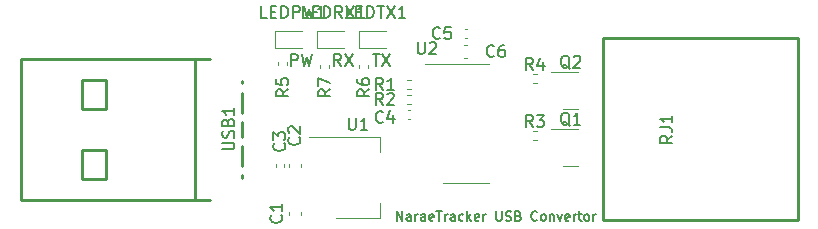
<source format=gbr>
%TF.GenerationSoftware,KiCad,Pcbnew,(6.0.4)*%
%TF.CreationDate,2023-01-25T11:34:55+09:00*%
%TF.ProjectId,naraetracker-usb-convertor,6e617261-6574-4726-9163-6b65722d7573,rev?*%
%TF.SameCoordinates,Original*%
%TF.FileFunction,Legend,Top*%
%TF.FilePolarity,Positive*%
%FSLAX46Y46*%
G04 Gerber Fmt 4.6, Leading zero omitted, Abs format (unit mm)*
G04 Created by KiCad (PCBNEW (6.0.4)) date 2023-01-25 11:34:55*
%MOMM*%
%LPD*%
G01*
G04 APERTURE LIST*
%ADD10C,0.150000*%
%ADD11C,0.200000*%
%ADD12C,0.120000*%
%ADD13C,0.250000*%
G04 APERTURE END LIST*
D10*
X119381047Y-96627904D02*
X119381047Y-95827904D01*
X119838190Y-96627904D01*
X119838190Y-95827904D01*
X120562000Y-96627904D02*
X120562000Y-96208857D01*
X120523904Y-96132666D01*
X120447714Y-96094571D01*
X120295333Y-96094571D01*
X120219142Y-96132666D01*
X120562000Y-96589809D02*
X120485809Y-96627904D01*
X120295333Y-96627904D01*
X120219142Y-96589809D01*
X120181047Y-96513619D01*
X120181047Y-96437428D01*
X120219142Y-96361238D01*
X120295333Y-96323142D01*
X120485809Y-96323142D01*
X120562000Y-96285047D01*
X120942952Y-96627904D02*
X120942952Y-96094571D01*
X120942952Y-96246952D02*
X120981047Y-96170761D01*
X121019142Y-96132666D01*
X121095333Y-96094571D01*
X121171523Y-96094571D01*
X121781047Y-96627904D02*
X121781047Y-96208857D01*
X121742952Y-96132666D01*
X121666761Y-96094571D01*
X121514380Y-96094571D01*
X121438190Y-96132666D01*
X121781047Y-96589809D02*
X121704857Y-96627904D01*
X121514380Y-96627904D01*
X121438190Y-96589809D01*
X121400095Y-96513619D01*
X121400095Y-96437428D01*
X121438190Y-96361238D01*
X121514380Y-96323142D01*
X121704857Y-96323142D01*
X121781047Y-96285047D01*
X122466761Y-96589809D02*
X122390571Y-96627904D01*
X122238190Y-96627904D01*
X122162000Y-96589809D01*
X122123904Y-96513619D01*
X122123904Y-96208857D01*
X122162000Y-96132666D01*
X122238190Y-96094571D01*
X122390571Y-96094571D01*
X122466761Y-96132666D01*
X122504857Y-96208857D01*
X122504857Y-96285047D01*
X122123904Y-96361238D01*
X122733428Y-95827904D02*
X123190571Y-95827904D01*
X122962000Y-96627904D02*
X122962000Y-95827904D01*
X123457238Y-96627904D02*
X123457238Y-96094571D01*
X123457238Y-96246952D02*
X123495333Y-96170761D01*
X123533428Y-96132666D01*
X123609619Y-96094571D01*
X123685809Y-96094571D01*
X124295333Y-96627904D02*
X124295333Y-96208857D01*
X124257238Y-96132666D01*
X124181047Y-96094571D01*
X124028666Y-96094571D01*
X123952476Y-96132666D01*
X124295333Y-96589809D02*
X124219142Y-96627904D01*
X124028666Y-96627904D01*
X123952476Y-96589809D01*
X123914380Y-96513619D01*
X123914380Y-96437428D01*
X123952476Y-96361238D01*
X124028666Y-96323142D01*
X124219142Y-96323142D01*
X124295333Y-96285047D01*
X125019142Y-96589809D02*
X124942952Y-96627904D01*
X124790571Y-96627904D01*
X124714380Y-96589809D01*
X124676285Y-96551714D01*
X124638190Y-96475523D01*
X124638190Y-96246952D01*
X124676285Y-96170761D01*
X124714380Y-96132666D01*
X124790571Y-96094571D01*
X124942952Y-96094571D01*
X125019142Y-96132666D01*
X125362000Y-96627904D02*
X125362000Y-95827904D01*
X125438190Y-96323142D02*
X125666761Y-96627904D01*
X125666761Y-96094571D02*
X125362000Y-96399333D01*
X126314380Y-96589809D02*
X126238190Y-96627904D01*
X126085809Y-96627904D01*
X126009619Y-96589809D01*
X125971523Y-96513619D01*
X125971523Y-96208857D01*
X126009619Y-96132666D01*
X126085809Y-96094571D01*
X126238190Y-96094571D01*
X126314380Y-96132666D01*
X126352476Y-96208857D01*
X126352476Y-96285047D01*
X125971523Y-96361238D01*
X126695333Y-96627904D02*
X126695333Y-96094571D01*
X126695333Y-96246952D02*
X126733428Y-96170761D01*
X126771523Y-96132666D01*
X126847714Y-96094571D01*
X126923904Y-96094571D01*
X127800095Y-95827904D02*
X127800095Y-96475523D01*
X127838190Y-96551714D01*
X127876285Y-96589809D01*
X127952476Y-96627904D01*
X128104857Y-96627904D01*
X128181047Y-96589809D01*
X128219142Y-96551714D01*
X128257238Y-96475523D01*
X128257238Y-95827904D01*
X128600095Y-96589809D02*
X128714380Y-96627904D01*
X128904857Y-96627904D01*
X128981047Y-96589809D01*
X129019142Y-96551714D01*
X129057238Y-96475523D01*
X129057238Y-96399333D01*
X129019142Y-96323142D01*
X128981047Y-96285047D01*
X128904857Y-96246952D01*
X128752476Y-96208857D01*
X128676285Y-96170761D01*
X128638190Y-96132666D01*
X128600095Y-96056476D01*
X128600095Y-95980285D01*
X128638190Y-95904095D01*
X128676285Y-95866000D01*
X128752476Y-95827904D01*
X128942952Y-95827904D01*
X129057238Y-95866000D01*
X129666761Y-96208857D02*
X129781047Y-96246952D01*
X129819142Y-96285047D01*
X129857238Y-96361238D01*
X129857238Y-96475523D01*
X129819142Y-96551714D01*
X129781047Y-96589809D01*
X129704857Y-96627904D01*
X129400095Y-96627904D01*
X129400095Y-95827904D01*
X129666761Y-95827904D01*
X129742952Y-95866000D01*
X129781047Y-95904095D01*
X129819142Y-95980285D01*
X129819142Y-96056476D01*
X129781047Y-96132666D01*
X129742952Y-96170761D01*
X129666761Y-96208857D01*
X129400095Y-96208857D01*
X131266761Y-96551714D02*
X131228666Y-96589809D01*
X131114380Y-96627904D01*
X131038190Y-96627904D01*
X130923904Y-96589809D01*
X130847714Y-96513619D01*
X130809619Y-96437428D01*
X130771523Y-96285047D01*
X130771523Y-96170761D01*
X130809619Y-96018380D01*
X130847714Y-95942190D01*
X130923904Y-95866000D01*
X131038190Y-95827904D01*
X131114380Y-95827904D01*
X131228666Y-95866000D01*
X131266761Y-95904095D01*
X131723904Y-96627904D02*
X131647714Y-96589809D01*
X131609619Y-96551714D01*
X131571523Y-96475523D01*
X131571523Y-96246952D01*
X131609619Y-96170761D01*
X131647714Y-96132666D01*
X131723904Y-96094571D01*
X131838190Y-96094571D01*
X131914380Y-96132666D01*
X131952476Y-96170761D01*
X131990571Y-96246952D01*
X131990571Y-96475523D01*
X131952476Y-96551714D01*
X131914380Y-96589809D01*
X131838190Y-96627904D01*
X131723904Y-96627904D01*
X132333428Y-96094571D02*
X132333428Y-96627904D01*
X132333428Y-96170761D02*
X132371523Y-96132666D01*
X132447714Y-96094571D01*
X132562000Y-96094571D01*
X132638190Y-96132666D01*
X132676285Y-96208857D01*
X132676285Y-96627904D01*
X132981047Y-96094571D02*
X133171523Y-96627904D01*
X133362000Y-96094571D01*
X133971523Y-96589809D02*
X133895333Y-96627904D01*
X133742952Y-96627904D01*
X133666761Y-96589809D01*
X133628666Y-96513619D01*
X133628666Y-96208857D01*
X133666761Y-96132666D01*
X133742952Y-96094571D01*
X133895333Y-96094571D01*
X133971523Y-96132666D01*
X134009619Y-96208857D01*
X134009619Y-96285047D01*
X133628666Y-96361238D01*
X134352476Y-96627904D02*
X134352476Y-96094571D01*
X134352476Y-96246952D02*
X134390571Y-96170761D01*
X134428666Y-96132666D01*
X134504857Y-96094571D01*
X134581047Y-96094571D01*
X134733428Y-96094571D02*
X135038190Y-96094571D01*
X134847714Y-95827904D02*
X134847714Y-96513619D01*
X134885809Y-96589809D01*
X134962000Y-96627904D01*
X135038190Y-96627904D01*
X135419142Y-96627904D02*
X135342952Y-96589809D01*
X135304857Y-96551714D01*
X135266761Y-96475523D01*
X135266761Y-96246952D01*
X135304857Y-96170761D01*
X135342952Y-96132666D01*
X135419142Y-96094571D01*
X135533428Y-96094571D01*
X135609619Y-96132666D01*
X135647714Y-96170761D01*
X135685809Y-96246952D01*
X135685809Y-96475523D01*
X135647714Y-96551714D01*
X135609619Y-96589809D01*
X135533428Y-96627904D01*
X135419142Y-96627904D01*
X136028666Y-96627904D02*
X136028666Y-96094571D01*
X136028666Y-96246952D02*
X136066761Y-96170761D01*
X136104857Y-96132666D01*
X136181047Y-96094571D01*
X136257238Y-96094571D01*
D11*
X110418666Y-83510380D02*
X110418666Y-82510380D01*
X110799619Y-82510380D01*
X110894857Y-82558000D01*
X110942476Y-82605619D01*
X110990095Y-82700857D01*
X110990095Y-82843714D01*
X110942476Y-82938952D01*
X110894857Y-82986571D01*
X110799619Y-83034190D01*
X110418666Y-83034190D01*
X111323428Y-82510380D02*
X111561523Y-83510380D01*
X111752000Y-82796095D01*
X111942476Y-83510380D01*
X112180571Y-82510380D01*
X114641333Y-83510380D02*
X114308000Y-83034190D01*
X114069904Y-83510380D02*
X114069904Y-82510380D01*
X114450857Y-82510380D01*
X114546095Y-82558000D01*
X114593714Y-82605619D01*
X114641333Y-82700857D01*
X114641333Y-82843714D01*
X114593714Y-82938952D01*
X114546095Y-82986571D01*
X114450857Y-83034190D01*
X114069904Y-83034190D01*
X114974666Y-82510380D02*
X115641333Y-83510380D01*
X115641333Y-82510380D02*
X114974666Y-83510380D01*
X117348095Y-82510380D02*
X117919523Y-82510380D01*
X117633809Y-83510380D02*
X117633809Y-82510380D01*
X118157619Y-82510380D02*
X118824285Y-83510380D01*
X118824285Y-82510380D02*
X118157619Y-83510380D01*
D10*
%TO.C,U2*%
X121158095Y-81494380D02*
X121158095Y-82303904D01*
X121205714Y-82399142D01*
X121253333Y-82446761D01*
X121348571Y-82494380D01*
X121539047Y-82494380D01*
X121634285Y-82446761D01*
X121681904Y-82399142D01*
X121729523Y-82303904D01*
X121729523Y-81494380D01*
X122158095Y-81589619D02*
X122205714Y-81542000D01*
X122300952Y-81494380D01*
X122539047Y-81494380D01*
X122634285Y-81542000D01*
X122681904Y-81589619D01*
X122729523Y-81684857D01*
X122729523Y-81780095D01*
X122681904Y-81922952D01*
X122110476Y-82494380D01*
X122729523Y-82494380D01*
%TO.C,C1*%
X109577142Y-96165666D02*
X109624761Y-96213285D01*
X109672380Y-96356142D01*
X109672380Y-96451380D01*
X109624761Y-96594238D01*
X109529523Y-96689476D01*
X109434285Y-96737095D01*
X109243809Y-96784714D01*
X109100952Y-96784714D01*
X108910476Y-96737095D01*
X108815238Y-96689476D01*
X108720000Y-96594238D01*
X108672380Y-96451380D01*
X108672380Y-96356142D01*
X108720000Y-96213285D01*
X108767619Y-96165666D01*
X109672380Y-95213285D02*
X109672380Y-95784714D01*
X109672380Y-95499000D02*
X108672380Y-95499000D01*
X108815238Y-95594238D01*
X108910476Y-95689476D01*
X108958095Y-95784714D01*
%TO.C,R4*%
X130897333Y-83864380D02*
X130564000Y-83388190D01*
X130325904Y-83864380D02*
X130325904Y-82864380D01*
X130706857Y-82864380D01*
X130802095Y-82912000D01*
X130849714Y-82959619D01*
X130897333Y-83054857D01*
X130897333Y-83197714D01*
X130849714Y-83292952D01*
X130802095Y-83340571D01*
X130706857Y-83388190D01*
X130325904Y-83388190D01*
X131754476Y-83197714D02*
X131754476Y-83864380D01*
X131516380Y-82816761D02*
X131278285Y-83531047D01*
X131897333Y-83531047D01*
%TO.C,C5*%
X123023333Y-81129142D02*
X122975714Y-81176761D01*
X122832857Y-81224380D01*
X122737619Y-81224380D01*
X122594761Y-81176761D01*
X122499523Y-81081523D01*
X122451904Y-80986285D01*
X122404285Y-80795809D01*
X122404285Y-80652952D01*
X122451904Y-80462476D01*
X122499523Y-80367238D01*
X122594761Y-80272000D01*
X122737619Y-80224380D01*
X122832857Y-80224380D01*
X122975714Y-80272000D01*
X123023333Y-80319619D01*
X123928095Y-80224380D02*
X123451904Y-80224380D01*
X123404285Y-80700571D01*
X123451904Y-80652952D01*
X123547142Y-80605333D01*
X123785238Y-80605333D01*
X123880476Y-80652952D01*
X123928095Y-80700571D01*
X123975714Y-80795809D01*
X123975714Y-81033904D01*
X123928095Y-81129142D01*
X123880476Y-81176761D01*
X123785238Y-81224380D01*
X123547142Y-81224380D01*
X123451904Y-81176761D01*
X123404285Y-81129142D01*
%TO.C,C3*%
X109831142Y-90082666D02*
X109878761Y-90130285D01*
X109926380Y-90273142D01*
X109926380Y-90368380D01*
X109878761Y-90511238D01*
X109783523Y-90606476D01*
X109688285Y-90654095D01*
X109497809Y-90701714D01*
X109354952Y-90701714D01*
X109164476Y-90654095D01*
X109069238Y-90606476D01*
X108974000Y-90511238D01*
X108926380Y-90368380D01*
X108926380Y-90273142D01*
X108974000Y-90130285D01*
X109021619Y-90082666D01*
X108926380Y-89749333D02*
X108926380Y-89130285D01*
X109307333Y-89463619D01*
X109307333Y-89320761D01*
X109354952Y-89225523D01*
X109402571Y-89177904D01*
X109497809Y-89130285D01*
X109735904Y-89130285D01*
X109831142Y-89177904D01*
X109878761Y-89225523D01*
X109926380Y-89320761D01*
X109926380Y-89606476D01*
X109878761Y-89701714D01*
X109831142Y-89749333D01*
%TO.C,LEDRX1*%
X111950761Y-79446380D02*
X111474571Y-79446380D01*
X111474571Y-78446380D01*
X112284095Y-78922571D02*
X112617428Y-78922571D01*
X112760285Y-79446380D02*
X112284095Y-79446380D01*
X112284095Y-78446380D01*
X112760285Y-78446380D01*
X113188857Y-79446380D02*
X113188857Y-78446380D01*
X113426952Y-78446380D01*
X113569809Y-78494000D01*
X113665047Y-78589238D01*
X113712666Y-78684476D01*
X113760285Y-78874952D01*
X113760285Y-79017809D01*
X113712666Y-79208285D01*
X113665047Y-79303523D01*
X113569809Y-79398761D01*
X113426952Y-79446380D01*
X113188857Y-79446380D01*
X114760285Y-79446380D02*
X114426952Y-78970190D01*
X114188857Y-79446380D02*
X114188857Y-78446380D01*
X114569809Y-78446380D01*
X114665047Y-78494000D01*
X114712666Y-78541619D01*
X114760285Y-78636857D01*
X114760285Y-78779714D01*
X114712666Y-78874952D01*
X114665047Y-78922571D01*
X114569809Y-78970190D01*
X114188857Y-78970190D01*
X115093619Y-78446380D02*
X115760285Y-79446380D01*
X115760285Y-78446380D02*
X115093619Y-79446380D01*
X116665047Y-79446380D02*
X116093619Y-79446380D01*
X116379333Y-79446380D02*
X116379333Y-78446380D01*
X116284095Y-78589238D01*
X116188857Y-78684476D01*
X116093619Y-78732095D01*
%TO.C,LEDPW1*%
X108378023Y-79446380D02*
X107901833Y-79446380D01*
X107901833Y-78446380D01*
X108711357Y-78922571D02*
X109044690Y-78922571D01*
X109187547Y-79446380D02*
X108711357Y-79446380D01*
X108711357Y-78446380D01*
X109187547Y-78446380D01*
X109616119Y-79446380D02*
X109616119Y-78446380D01*
X109854214Y-78446380D01*
X109997071Y-78494000D01*
X110092309Y-78589238D01*
X110139928Y-78684476D01*
X110187547Y-78874952D01*
X110187547Y-79017809D01*
X110139928Y-79208285D01*
X110092309Y-79303523D01*
X109997071Y-79398761D01*
X109854214Y-79446380D01*
X109616119Y-79446380D01*
X110616119Y-79446380D02*
X110616119Y-78446380D01*
X110997071Y-78446380D01*
X111092309Y-78494000D01*
X111139928Y-78541619D01*
X111187547Y-78636857D01*
X111187547Y-78779714D01*
X111139928Y-78874952D01*
X111092309Y-78922571D01*
X110997071Y-78970190D01*
X110616119Y-78970190D01*
X111520880Y-78446380D02*
X111758976Y-79446380D01*
X111949452Y-78732095D01*
X112139928Y-79446380D01*
X112378023Y-78446380D01*
X113282785Y-79446380D02*
X112711357Y-79446380D01*
X112997071Y-79446380D02*
X112997071Y-78446380D01*
X112901833Y-78589238D01*
X112806595Y-78684476D01*
X112711357Y-78732095D01*
%TO.C,RJ1*%
X142692380Y-89442619D02*
X142216190Y-89775952D01*
X142692380Y-90014047D02*
X141692380Y-90014047D01*
X141692380Y-89633095D01*
X141740000Y-89537857D01*
X141787619Y-89490238D01*
X141882857Y-89442619D01*
X142025714Y-89442619D01*
X142120952Y-89490238D01*
X142168571Y-89537857D01*
X142216190Y-89633095D01*
X142216190Y-90014047D01*
X141692380Y-88728333D02*
X142406666Y-88728333D01*
X142549523Y-88775952D01*
X142644761Y-88871190D01*
X142692380Y-89014047D01*
X142692380Y-89109285D01*
X142692380Y-87728333D02*
X142692380Y-88299761D01*
X142692380Y-88014047D02*
X141692380Y-88014047D01*
X141835238Y-88109285D01*
X141930476Y-88204523D01*
X141978095Y-88299761D01*
%TO.C,U1*%
X115316095Y-87916380D02*
X115316095Y-88725904D01*
X115363714Y-88821142D01*
X115411333Y-88868761D01*
X115506571Y-88916380D01*
X115697047Y-88916380D01*
X115792285Y-88868761D01*
X115839904Y-88821142D01*
X115887523Y-88725904D01*
X115887523Y-87916380D01*
X116887523Y-88916380D02*
X116316095Y-88916380D01*
X116601809Y-88916380D02*
X116601809Y-87916380D01*
X116506571Y-88059238D01*
X116411333Y-88154476D01*
X116316095Y-88202095D01*
%TO.C,USB1*%
X104608380Y-90585095D02*
X105417904Y-90585095D01*
X105513142Y-90537476D01*
X105560761Y-90489857D01*
X105608380Y-90394619D01*
X105608380Y-90204142D01*
X105560761Y-90108904D01*
X105513142Y-90061285D01*
X105417904Y-90013666D01*
X104608380Y-90013666D01*
X105560761Y-89585095D02*
X105608380Y-89442238D01*
X105608380Y-89204142D01*
X105560761Y-89108904D01*
X105513142Y-89061285D01*
X105417904Y-89013666D01*
X105322666Y-89013666D01*
X105227428Y-89061285D01*
X105179809Y-89108904D01*
X105132190Y-89204142D01*
X105084571Y-89394619D01*
X105036952Y-89489857D01*
X104989333Y-89537476D01*
X104894095Y-89585095D01*
X104798857Y-89585095D01*
X104703619Y-89537476D01*
X104656000Y-89489857D01*
X104608380Y-89394619D01*
X104608380Y-89156523D01*
X104656000Y-89013666D01*
X105084571Y-88251761D02*
X105132190Y-88108904D01*
X105179809Y-88061285D01*
X105275047Y-88013666D01*
X105417904Y-88013666D01*
X105513142Y-88061285D01*
X105560761Y-88108904D01*
X105608380Y-88204142D01*
X105608380Y-88585095D01*
X104608380Y-88585095D01*
X104608380Y-88251761D01*
X104656000Y-88156523D01*
X104703619Y-88108904D01*
X104798857Y-88061285D01*
X104894095Y-88061285D01*
X104989333Y-88108904D01*
X105036952Y-88156523D01*
X105084571Y-88251761D01*
X105084571Y-88585095D01*
X105608380Y-87061285D02*
X105608380Y-87632714D01*
X105608380Y-87347000D02*
X104608380Y-87347000D01*
X104751238Y-87442238D01*
X104846476Y-87537476D01*
X104894095Y-87632714D01*
%TO.C,R2*%
X118195333Y-86812380D02*
X117862000Y-86336190D01*
X117623904Y-86812380D02*
X117623904Y-85812380D01*
X118004857Y-85812380D01*
X118100095Y-85860000D01*
X118147714Y-85907619D01*
X118195333Y-86002857D01*
X118195333Y-86145714D01*
X118147714Y-86240952D01*
X118100095Y-86288571D01*
X118004857Y-86336190D01*
X117623904Y-86336190D01*
X118576285Y-85907619D02*
X118623904Y-85860000D01*
X118719142Y-85812380D01*
X118957238Y-85812380D01*
X119052476Y-85860000D01*
X119100095Y-85907619D01*
X119147714Y-86002857D01*
X119147714Y-86098095D01*
X119100095Y-86240952D01*
X118528666Y-86812380D01*
X119147714Y-86812380D01*
%TO.C,R6*%
X117038380Y-85510666D02*
X116562190Y-85844000D01*
X117038380Y-86082095D02*
X116038380Y-86082095D01*
X116038380Y-85701142D01*
X116086000Y-85605904D01*
X116133619Y-85558285D01*
X116228857Y-85510666D01*
X116371714Y-85510666D01*
X116466952Y-85558285D01*
X116514571Y-85605904D01*
X116562190Y-85701142D01*
X116562190Y-86082095D01*
X116038380Y-84653523D02*
X116038380Y-84844000D01*
X116086000Y-84939238D01*
X116133619Y-84986857D01*
X116276476Y-85082095D01*
X116466952Y-85129714D01*
X116847904Y-85129714D01*
X116943142Y-85082095D01*
X116990761Y-85034476D01*
X117038380Y-84939238D01*
X117038380Y-84748761D01*
X116990761Y-84653523D01*
X116943142Y-84605904D01*
X116847904Y-84558285D01*
X116609809Y-84558285D01*
X116514571Y-84605904D01*
X116466952Y-84653523D01*
X116419333Y-84748761D01*
X116419333Y-84939238D01*
X116466952Y-85034476D01*
X116514571Y-85082095D01*
X116609809Y-85129714D01*
%TO.C,R1*%
X118195333Y-85542380D02*
X117862000Y-85066190D01*
X117623904Y-85542380D02*
X117623904Y-84542380D01*
X118004857Y-84542380D01*
X118100095Y-84590000D01*
X118147714Y-84637619D01*
X118195333Y-84732857D01*
X118195333Y-84875714D01*
X118147714Y-84970952D01*
X118100095Y-85018571D01*
X118004857Y-85066190D01*
X117623904Y-85066190D01*
X119147714Y-85542380D02*
X118576285Y-85542380D01*
X118862000Y-85542380D02*
X118862000Y-84542380D01*
X118766761Y-84685238D01*
X118671523Y-84780476D01*
X118576285Y-84828095D01*
%TO.C,R5*%
X110180380Y-85510666D02*
X109704190Y-85844000D01*
X110180380Y-86082095D02*
X109180380Y-86082095D01*
X109180380Y-85701142D01*
X109228000Y-85605904D01*
X109275619Y-85558285D01*
X109370857Y-85510666D01*
X109513714Y-85510666D01*
X109608952Y-85558285D01*
X109656571Y-85605904D01*
X109704190Y-85701142D01*
X109704190Y-86082095D01*
X109180380Y-84605904D02*
X109180380Y-85082095D01*
X109656571Y-85129714D01*
X109608952Y-85082095D01*
X109561333Y-84986857D01*
X109561333Y-84748761D01*
X109608952Y-84653523D01*
X109656571Y-84605904D01*
X109751809Y-84558285D01*
X109989904Y-84558285D01*
X110085142Y-84605904D01*
X110132761Y-84653523D01*
X110180380Y-84748761D01*
X110180380Y-84986857D01*
X110132761Y-85082095D01*
X110085142Y-85129714D01*
%TO.C,Q2*%
X134016761Y-83745619D02*
X133921523Y-83698000D01*
X133826285Y-83602761D01*
X133683428Y-83459904D01*
X133588190Y-83412285D01*
X133492952Y-83412285D01*
X133540571Y-83650380D02*
X133445333Y-83602761D01*
X133350095Y-83507523D01*
X133302476Y-83317047D01*
X133302476Y-82983714D01*
X133350095Y-82793238D01*
X133445333Y-82698000D01*
X133540571Y-82650380D01*
X133731047Y-82650380D01*
X133826285Y-82698000D01*
X133921523Y-82793238D01*
X133969142Y-82983714D01*
X133969142Y-83317047D01*
X133921523Y-83507523D01*
X133826285Y-83602761D01*
X133731047Y-83650380D01*
X133540571Y-83650380D01*
X134350095Y-82745619D02*
X134397714Y-82698000D01*
X134492952Y-82650380D01*
X134731047Y-82650380D01*
X134826285Y-82698000D01*
X134873904Y-82745619D01*
X134921523Y-82840857D01*
X134921523Y-82936095D01*
X134873904Y-83078952D01*
X134302476Y-83650380D01*
X134921523Y-83650380D01*
%TO.C,LEDTX1*%
X115625809Y-79446380D02*
X115149619Y-79446380D01*
X115149619Y-78446380D01*
X115959142Y-78922571D02*
X116292476Y-78922571D01*
X116435333Y-79446380D02*
X115959142Y-79446380D01*
X115959142Y-78446380D01*
X116435333Y-78446380D01*
X116863904Y-79446380D02*
X116863904Y-78446380D01*
X117102000Y-78446380D01*
X117244857Y-78494000D01*
X117340095Y-78589238D01*
X117387714Y-78684476D01*
X117435333Y-78874952D01*
X117435333Y-79017809D01*
X117387714Y-79208285D01*
X117340095Y-79303523D01*
X117244857Y-79398761D01*
X117102000Y-79446380D01*
X116863904Y-79446380D01*
X117721047Y-78446380D02*
X118292476Y-78446380D01*
X118006761Y-79446380D02*
X118006761Y-78446380D01*
X118530571Y-78446380D02*
X119197238Y-79446380D01*
X119197238Y-78446380D02*
X118530571Y-79446380D01*
X120102000Y-79446380D02*
X119530571Y-79446380D01*
X119816285Y-79446380D02*
X119816285Y-78446380D01*
X119721047Y-78589238D01*
X119625809Y-78684476D01*
X119530571Y-78732095D01*
%TO.C,C2*%
X111101142Y-89574666D02*
X111148761Y-89622285D01*
X111196380Y-89765142D01*
X111196380Y-89860380D01*
X111148761Y-90003238D01*
X111053523Y-90098476D01*
X110958285Y-90146095D01*
X110767809Y-90193714D01*
X110624952Y-90193714D01*
X110434476Y-90146095D01*
X110339238Y-90098476D01*
X110244000Y-90003238D01*
X110196380Y-89860380D01*
X110196380Y-89765142D01*
X110244000Y-89622285D01*
X110291619Y-89574666D01*
X110291619Y-89193714D02*
X110244000Y-89146095D01*
X110196380Y-89050857D01*
X110196380Y-88812761D01*
X110244000Y-88717523D01*
X110291619Y-88669904D01*
X110386857Y-88622285D01*
X110482095Y-88622285D01*
X110624952Y-88669904D01*
X111196380Y-89241333D01*
X111196380Y-88622285D01*
%TO.C,C4*%
X118197333Y-88241142D02*
X118149714Y-88288761D01*
X118006857Y-88336380D01*
X117911619Y-88336380D01*
X117768761Y-88288761D01*
X117673523Y-88193523D01*
X117625904Y-88098285D01*
X117578285Y-87907809D01*
X117578285Y-87764952D01*
X117625904Y-87574476D01*
X117673523Y-87479238D01*
X117768761Y-87384000D01*
X117911619Y-87336380D01*
X118006857Y-87336380D01*
X118149714Y-87384000D01*
X118197333Y-87431619D01*
X119054476Y-87669714D02*
X119054476Y-88336380D01*
X118816380Y-87288761D02*
X118578285Y-88003047D01*
X119197333Y-88003047D01*
%TO.C,R7*%
X113736380Y-85510666D02*
X113260190Y-85844000D01*
X113736380Y-86082095D02*
X112736380Y-86082095D01*
X112736380Y-85701142D01*
X112784000Y-85605904D01*
X112831619Y-85558285D01*
X112926857Y-85510666D01*
X113069714Y-85510666D01*
X113164952Y-85558285D01*
X113212571Y-85605904D01*
X113260190Y-85701142D01*
X113260190Y-86082095D01*
X112736380Y-85177333D02*
X112736380Y-84510666D01*
X113736380Y-84939238D01*
%TO.C,Q1*%
X134016761Y-88571619D02*
X133921523Y-88524000D01*
X133826285Y-88428761D01*
X133683428Y-88285904D01*
X133588190Y-88238285D01*
X133492952Y-88238285D01*
X133540571Y-88476380D02*
X133445333Y-88428761D01*
X133350095Y-88333523D01*
X133302476Y-88143047D01*
X133302476Y-87809714D01*
X133350095Y-87619238D01*
X133445333Y-87524000D01*
X133540571Y-87476380D01*
X133731047Y-87476380D01*
X133826285Y-87524000D01*
X133921523Y-87619238D01*
X133969142Y-87809714D01*
X133969142Y-88143047D01*
X133921523Y-88333523D01*
X133826285Y-88428761D01*
X133731047Y-88476380D01*
X133540571Y-88476380D01*
X134921523Y-88476380D02*
X134350095Y-88476380D01*
X134635809Y-88476380D02*
X134635809Y-87476380D01*
X134540571Y-87619238D01*
X134445333Y-87714476D01*
X134350095Y-87762095D01*
%TO.C,C6*%
X127595333Y-82653142D02*
X127547714Y-82700761D01*
X127404857Y-82748380D01*
X127309619Y-82748380D01*
X127166761Y-82700761D01*
X127071523Y-82605523D01*
X127023904Y-82510285D01*
X126976285Y-82319809D01*
X126976285Y-82176952D01*
X127023904Y-81986476D01*
X127071523Y-81891238D01*
X127166761Y-81796000D01*
X127309619Y-81748380D01*
X127404857Y-81748380D01*
X127547714Y-81796000D01*
X127595333Y-81843619D01*
X128452476Y-81748380D02*
X128262000Y-81748380D01*
X128166761Y-81796000D01*
X128119142Y-81843619D01*
X128023904Y-81986476D01*
X127976285Y-82176952D01*
X127976285Y-82557904D01*
X128023904Y-82653142D01*
X128071523Y-82700761D01*
X128166761Y-82748380D01*
X128357238Y-82748380D01*
X128452476Y-82700761D01*
X128500095Y-82653142D01*
X128547714Y-82557904D01*
X128547714Y-82319809D01*
X128500095Y-82224571D01*
X128452476Y-82176952D01*
X128357238Y-82129333D01*
X128166761Y-82129333D01*
X128071523Y-82176952D01*
X128023904Y-82224571D01*
X127976285Y-82319809D01*
%TO.C,R3*%
X130895333Y-88690380D02*
X130562000Y-88214190D01*
X130323904Y-88690380D02*
X130323904Y-87690380D01*
X130704857Y-87690380D01*
X130800095Y-87738000D01*
X130847714Y-87785619D01*
X130895333Y-87880857D01*
X130895333Y-88023714D01*
X130847714Y-88118952D01*
X130800095Y-88166571D01*
X130704857Y-88214190D01*
X130323904Y-88214190D01*
X131228666Y-87690380D02*
X131847714Y-87690380D01*
X131514380Y-88071333D01*
X131657238Y-88071333D01*
X131752476Y-88118952D01*
X131800095Y-88166571D01*
X131847714Y-88261809D01*
X131847714Y-88499904D01*
X131800095Y-88595142D01*
X131752476Y-88642761D01*
X131657238Y-88690380D01*
X131371523Y-88690380D01*
X131276285Y-88642761D01*
X131228666Y-88595142D01*
D12*
%TO.C,U2*%
X125222000Y-93452000D02*
X127172000Y-93452000D01*
X125222000Y-83332000D02*
X121772000Y-83332000D01*
X125222000Y-83332000D02*
X127172000Y-83332000D01*
X125222000Y-93452000D02*
X123272000Y-93452000D01*
%TO.C,C1*%
X111254000Y-95858420D02*
X111254000Y-96139580D01*
X110234000Y-95858420D02*
X110234000Y-96139580D01*
%TO.C,R4*%
X130910359Y-84202000D02*
X131217641Y-84202000D01*
X130910359Y-84962000D02*
X131217641Y-84962000D01*
%TO.C,C5*%
X125142164Y-80412000D02*
X125357836Y-80412000D01*
X125142164Y-81132000D02*
X125357836Y-81132000D01*
%TO.C,C3*%
X109114000Y-92055836D02*
X109114000Y-91840164D01*
X109834000Y-92055836D02*
X109834000Y-91840164D01*
%TO.C,LEDRX1*%
X114924500Y-80545000D02*
X112639500Y-80545000D01*
X112639500Y-80545000D02*
X112639500Y-82015000D01*
X112639500Y-82015000D02*
X114924500Y-82015000D01*
%TO.C,LEDPW1*%
X109083500Y-82015000D02*
X111368500Y-82015000D01*
X109083500Y-80545000D02*
X109083500Y-82015000D01*
X111368500Y-80545000D02*
X109083500Y-80545000D01*
D13*
%TO.C,RJ1*%
X136812000Y-96600000D02*
X153312000Y-96600000D01*
X153312000Y-81190000D02*
X136812000Y-81190000D01*
X136812000Y-81190000D02*
X136812000Y-96600000D01*
X153312000Y-81190000D02*
X153312000Y-96600000D01*
D12*
%TO.C,U1*%
X117988000Y-96374000D02*
X117988000Y-95114000D01*
X117988000Y-89554000D02*
X117988000Y-90814000D01*
X114228000Y-96374000D02*
X117988000Y-96374000D01*
X111978000Y-89554000D02*
X117988000Y-89554000D01*
D13*
%TO.C,USB1*%
X92731000Y-84680000D02*
X94731000Y-84680000D01*
X92731000Y-90660000D02*
X92731000Y-93130000D01*
X92731000Y-87130000D02*
X94731000Y-87130000D01*
X94731000Y-84680000D02*
X94731000Y-87130000D01*
X87561000Y-82890000D02*
X103591000Y-82890000D01*
X92731000Y-87130000D02*
X92731000Y-84680000D01*
X106281000Y-90290000D02*
X106281000Y-92000000D01*
X106281000Y-85790000D02*
X106281000Y-87500000D01*
X106281000Y-92790000D02*
X106281000Y-93010000D01*
X102281000Y-82890000D02*
X102281000Y-94900000D01*
X87561000Y-94900000D02*
X87561000Y-82890000D01*
X94731000Y-93130000D02*
X94731000Y-90660000D01*
X92731000Y-90660000D02*
X94731000Y-90660000D01*
X106281000Y-88290000D02*
X106281000Y-89500000D01*
X106281000Y-84780000D02*
X106281000Y-85000000D01*
X92731000Y-93130000D02*
X94731000Y-93130000D01*
X87561000Y-94900000D02*
X103581000Y-94900000D01*
D12*
%TO.C,R2*%
X120547641Y-85980000D02*
X120240359Y-85980000D01*
X120547641Y-86740000D02*
X120240359Y-86740000D01*
%TO.C,R6*%
X116206000Y-83414359D02*
X116206000Y-83721641D01*
X116966000Y-83414359D02*
X116966000Y-83721641D01*
%TO.C,R1*%
X120549641Y-85470000D02*
X120242359Y-85470000D01*
X120549641Y-84710000D02*
X120242359Y-84710000D01*
%TO.C,R5*%
X110108000Y-83156359D02*
X110108000Y-83463641D01*
X109348000Y-83156359D02*
X109348000Y-83463641D01*
%TO.C,Q2*%
X134112000Y-84038000D02*
X134762000Y-84038000D01*
X134112000Y-87158000D02*
X133462000Y-87158000D01*
X134112000Y-87158000D02*
X134762000Y-87158000D01*
X134112000Y-84038000D02*
X132437000Y-84038000D01*
%TO.C,LEDTX1*%
X116195500Y-80545000D02*
X116195500Y-82015000D01*
X116195500Y-82015000D02*
X118480500Y-82015000D01*
X118480500Y-80545000D02*
X116195500Y-80545000D01*
%TO.C,C2*%
X111254000Y-92075580D02*
X111254000Y-91794420D01*
X110234000Y-92075580D02*
X110234000Y-91794420D01*
%TO.C,C4*%
X120288164Y-87990000D02*
X120503836Y-87990000D01*
X120288164Y-87270000D02*
X120503836Y-87270000D01*
%TO.C,R7*%
X113664000Y-83414359D02*
X113664000Y-83721641D01*
X112904000Y-83414359D02*
X112904000Y-83721641D01*
%TO.C,Q1*%
X134112000Y-88864000D02*
X134762000Y-88864000D01*
X134112000Y-91984000D02*
X133462000Y-91984000D01*
X134112000Y-91984000D02*
X134762000Y-91984000D01*
X134112000Y-88864000D02*
X132437000Y-88864000D01*
%TO.C,C6*%
X125068420Y-81786000D02*
X125349580Y-81786000D01*
X125068420Y-82806000D02*
X125349580Y-82806000D01*
%TO.C,R3*%
X130908359Y-89028000D02*
X131215641Y-89028000D01*
X130908359Y-89788000D02*
X131215641Y-89788000D01*
%TD*%
M02*

</source>
